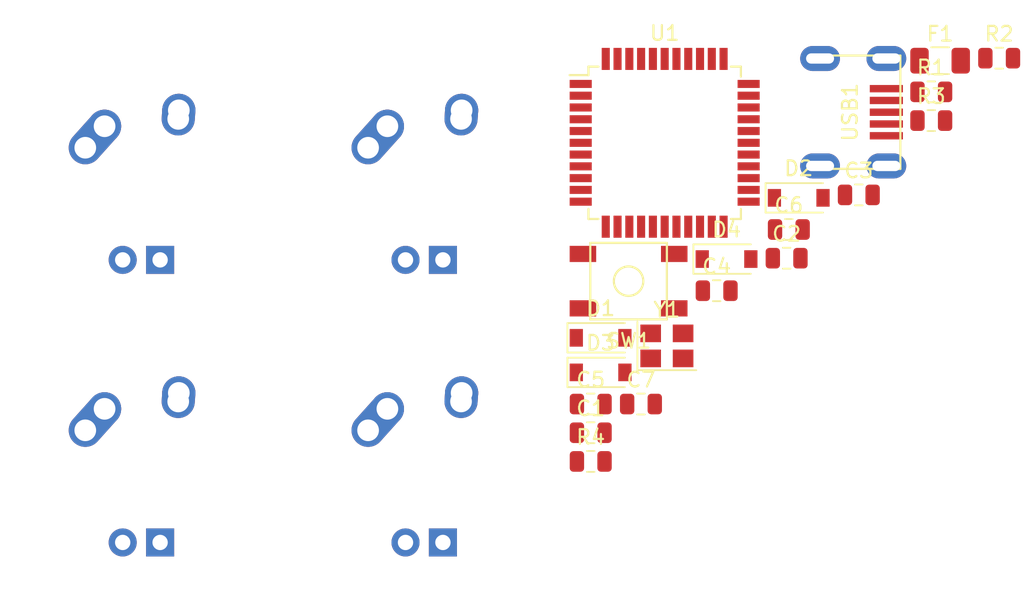
<source format=kicad_pcb>
(kicad_pcb (version 20171130) (host pcbnew "(5.0.1)-3")

  (general
    (thickness 1.6)
    (drawings 0)
    (tracks 0)
    (zones 0)
    (modules 24)
    (nets 57)
  )

  (page A4)
  (layers
    (0 F.Cu signal)
    (31 B.Cu signal)
    (32 B.Adhes user)
    (33 F.Adhes user)
    (34 B.Paste user)
    (35 F.Paste user)
    (36 B.SilkS user)
    (37 F.SilkS user)
    (38 B.Mask user)
    (39 F.Mask user)
    (40 Dwgs.User user)
    (41 Cmts.User user)
    (42 Eco1.User user)
    (43 Eco2.User user)
    (44 Edge.Cuts user)
    (45 Margin user)
    (46 B.CrtYd user)
    (47 F.CrtYd user)
    (48 B.Fab user)
    (49 F.Fab user)
  )

  (setup
    (last_trace_width 0.25)
    (trace_clearance 0.2)
    (zone_clearance 0.508)
    (zone_45_only no)
    (trace_min 0.2)
    (segment_width 0.2)
    (edge_width 0.15)
    (via_size 0.8)
    (via_drill 0.4)
    (via_min_size 0.4)
    (via_min_drill 0.3)
    (uvia_size 0.3)
    (uvia_drill 0.1)
    (uvias_allowed no)
    (uvia_min_size 0.2)
    (uvia_min_drill 0.1)
    (pcb_text_width 0.3)
    (pcb_text_size 1.5 1.5)
    (mod_edge_width 0.15)
    (mod_text_size 1 1)
    (mod_text_width 0.15)
    (pad_size 1.524 1.524)
    (pad_drill 0.762)
    (pad_to_mask_clearance 0.051)
    (solder_mask_min_width 0.25)
    (aux_axis_origin 0 0)
    (visible_elements FFFFFF7F)
    (pcbplotparams
      (layerselection 0x010fc_ffffffff)
      (usegerberextensions false)
      (usegerberattributes false)
      (usegerberadvancedattributes false)
      (creategerberjobfile false)
      (excludeedgelayer true)
      (linewidth 0.100000)
      (plotframeref false)
      (viasonmask false)
      (mode 1)
      (useauxorigin false)
      (hpglpennumber 1)
      (hpglpenspeed 20)
      (hpglpendiameter 15.000000)
      (psnegative false)
      (psa4output false)
      (plotreference true)
      (plotvalue true)
      (plotinvisibletext false)
      (padsonsilk false)
      (subtractmaskfromsilk false)
      (outputformat 1)
      (mirror false)
      (drillshape 1)
      (scaleselection 1)
      (outputdirectory ""))
  )

  (net 0 "")
  (net 1 GND)
  (net 2 "Net-(C1-Pad1)")
  (net 3 "Net-(C2-Pad1)")
  (net 4 "Net-(C3-Pad1)")
  (net 5 +5V)
  (net 6 "Net-(D1-Pad2)")
  (net 7 ROW0)
  (net 8 "Net-(D2-Pad2)")
  (net 9 "Net-(D3-Pad2)")
  (net 10 ROW1)
  (net 11 "Net-(D4-Pad2)")
  (net 12 VCC)
  (net 13 "Net-(MX1-Pad4)")
  (net 14 "Net-(MX1-Pad3)")
  (net 15 COL0)
  (net 16 COL1)
  (net 17 "Net-(MX2-Pad3)")
  (net 18 "Net-(MX2-Pad4)")
  (net 19 "Net-(MX3-Pad4)")
  (net 20 "Net-(MX3-Pad3)")
  (net 21 "Net-(MX4-Pad3)")
  (net 22 "Net-(MX4-Pad4)")
  (net 23 "Net-(R1-Pad1)")
  (net 24 D+)
  (net 25 "Net-(R2-Pad1)")
  (net 26 "Net-(R3-Pad1)")
  (net 27 D-)
  (net 28 "Net-(R4-Pad2)")
  (net 29 "Net-(U1-Pad1)")
  (net 30 "Net-(U1-Pad8)")
  (net 31 "Net-(U1-Pad9)")
  (net 32 "Net-(U1-Pad10)")
  (net 33 "Net-(U1-Pad11)")
  (net 34 "Net-(U1-Pad12)")
  (net 35 "Net-(U1-Pad18)")
  (net 36 "Net-(U1-Pad19)")
  (net 37 "Net-(U1-Pad20)")
  (net 38 "Net-(U1-Pad21)")
  (net 39 "Net-(U1-Pad22)")
  (net 40 "Net-(U1-Pad25)")
  (net 41 "Net-(U1-Pad26)")
  (net 42 "Net-(U1-Pad27)")
  (net 43 "Net-(U1-Pad28)")
  (net 44 "Net-(U1-Pad29)")
  (net 45 "Net-(U1-Pad30)")
  (net 46 "Net-(U1-Pad31)")
  (net 47 "Net-(U1-Pad32)")
  (net 48 "Net-(U1-Pad36)")
  (net 49 "Net-(U1-Pad37)")
  (net 50 "Net-(U1-Pad38)")
  (net 51 "Net-(U1-Pad39)")
  (net 52 "Net-(U1-Pad40)")
  (net 53 "Net-(U1-Pad41)")
  (net 54 "Net-(U1-Pad42)")
  (net 55 "Net-(USB1-Pad2)")
  (net 56 "Net-(USB1-Pad6)")

  (net_class Default "This is the default net class."
    (clearance 0.2)
    (trace_width 0.25)
    (via_dia 0.8)
    (via_drill 0.4)
    (uvia_dia 0.3)
    (uvia_drill 0.1)
    (add_net +5V)
    (add_net COL0)
    (add_net COL1)
    (add_net D+)
    (add_net D-)
    (add_net GND)
    (add_net "Net-(C1-Pad1)")
    (add_net "Net-(C2-Pad1)")
    (add_net "Net-(C3-Pad1)")
    (add_net "Net-(D1-Pad2)")
    (add_net "Net-(D2-Pad2)")
    (add_net "Net-(D3-Pad2)")
    (add_net "Net-(D4-Pad2)")
    (add_net "Net-(MX1-Pad3)")
    (add_net "Net-(MX1-Pad4)")
    (add_net "Net-(MX2-Pad3)")
    (add_net "Net-(MX2-Pad4)")
    (add_net "Net-(MX3-Pad3)")
    (add_net "Net-(MX3-Pad4)")
    (add_net "Net-(MX4-Pad3)")
    (add_net "Net-(MX4-Pad4)")
    (add_net "Net-(R1-Pad1)")
    (add_net "Net-(R2-Pad1)")
    (add_net "Net-(R3-Pad1)")
    (add_net "Net-(R4-Pad2)")
    (add_net "Net-(U1-Pad1)")
    (add_net "Net-(U1-Pad10)")
    (add_net "Net-(U1-Pad11)")
    (add_net "Net-(U1-Pad12)")
    (add_net "Net-(U1-Pad18)")
    (add_net "Net-(U1-Pad19)")
    (add_net "Net-(U1-Pad20)")
    (add_net "Net-(U1-Pad21)")
    (add_net "Net-(U1-Pad22)")
    (add_net "Net-(U1-Pad25)")
    (add_net "Net-(U1-Pad26)")
    (add_net "Net-(U1-Pad27)")
    (add_net "Net-(U1-Pad28)")
    (add_net "Net-(U1-Pad29)")
    (add_net "Net-(U1-Pad30)")
    (add_net "Net-(U1-Pad31)")
    (add_net "Net-(U1-Pad32)")
    (add_net "Net-(U1-Pad36)")
    (add_net "Net-(U1-Pad37)")
    (add_net "Net-(U1-Pad38)")
    (add_net "Net-(U1-Pad39)")
    (add_net "Net-(U1-Pad40)")
    (add_net "Net-(U1-Pad41)")
    (add_net "Net-(U1-Pad42)")
    (add_net "Net-(U1-Pad8)")
    (add_net "Net-(U1-Pad9)")
    (add_net "Net-(USB1-Pad2)")
    (add_net "Net-(USB1-Pad6)")
    (add_net ROW0)
    (add_net ROW1)
    (add_net VCC)
  )

  (module Capacitor_SMD:C_0805_2012Metric (layer F.Cu) (tedit 5B36C52B) (tstamp 5C8231E9)
    (at 155.167001 140.680001)
    (descr "Capacitor SMD 0805 (2012 Metric), square (rectangular) end terminal, IPC_7351 nominal, (Body size source: https://docs.google.com/spreadsheets/d/1BsfQQcO9C6DZCsRaXUlFlo91Tg2WpOkGARC1WS5S8t0/edit?usp=sharing), generated with kicad-footprint-generator")
    (tags capacitor)
    (path /5C759069)
    (attr smd)
    (fp_text reference C5 (at 0 -1.65) (layer F.SilkS)
      (effects (font (size 1 1) (thickness 0.15)))
    )
    (fp_text value 0.1uF (at 0 1.65) (layer F.Fab)
      (effects (font (size 1 1) (thickness 0.15)))
    )
    (fp_line (start -1 0.6) (end -1 -0.6) (layer F.Fab) (width 0.1))
    (fp_line (start -1 -0.6) (end 1 -0.6) (layer F.Fab) (width 0.1))
    (fp_line (start 1 -0.6) (end 1 0.6) (layer F.Fab) (width 0.1))
    (fp_line (start 1 0.6) (end -1 0.6) (layer F.Fab) (width 0.1))
    (fp_line (start -0.258578 -0.71) (end 0.258578 -0.71) (layer F.SilkS) (width 0.12))
    (fp_line (start -0.258578 0.71) (end 0.258578 0.71) (layer F.SilkS) (width 0.12))
    (fp_line (start -1.68 0.95) (end -1.68 -0.95) (layer F.CrtYd) (width 0.05))
    (fp_line (start -1.68 -0.95) (end 1.68 -0.95) (layer F.CrtYd) (width 0.05))
    (fp_line (start 1.68 -0.95) (end 1.68 0.95) (layer F.CrtYd) (width 0.05))
    (fp_line (start 1.68 0.95) (end -1.68 0.95) (layer F.CrtYd) (width 0.05))
    (fp_text user %R (at 0 0) (layer F.Fab)
      (effects (font (size 0.5 0.5) (thickness 0.08)))
    )
    (pad 1 smd roundrect (at -0.9375 0) (size 0.975 1.4) (layers F.Cu F.Paste F.Mask) (roundrect_rratio 0.25)
      (net 5 +5V))
    (pad 2 smd roundrect (at 0.9375 0) (size 0.975 1.4) (layers F.Cu F.Paste F.Mask) (roundrect_rratio 0.25)
      (net 1 GND))
    (model ${KISYS3DMOD}/Capacitor_SMD.3dshapes/C_0805_2012Metric.wrl
      (at (xyz 0 0 0))
      (scale (xyz 1 1 1))
      (rotate (xyz 0 0 0))
    )
  )

  (module Capacitor_SMD:C_0805_2012Metric (layer F.Cu) (tedit 5B36C52B) (tstamp 5C8231FA)
    (at 168.617001 128.820001)
    (descr "Capacitor SMD 0805 (2012 Metric), square (rectangular) end terminal, IPC_7351 nominal, (Body size source: https://docs.google.com/spreadsheets/d/1BsfQQcO9C6DZCsRaXUlFlo91Tg2WpOkGARC1WS5S8t0/edit?usp=sharing), generated with kicad-footprint-generator")
    (tags capacitor)
    (path /5C7590CE)
    (attr smd)
    (fp_text reference C6 (at 0 -1.65) (layer F.SilkS)
      (effects (font (size 1 1) (thickness 0.15)))
    )
    (fp_text value 0.1uF (at 0 1.65) (layer F.Fab)
      (effects (font (size 1 1) (thickness 0.15)))
    )
    (fp_text user %R (at 0 0) (layer F.Fab)
      (effects (font (size 0.5 0.5) (thickness 0.08)))
    )
    (fp_line (start 1.68 0.95) (end -1.68 0.95) (layer F.CrtYd) (width 0.05))
    (fp_line (start 1.68 -0.95) (end 1.68 0.95) (layer F.CrtYd) (width 0.05))
    (fp_line (start -1.68 -0.95) (end 1.68 -0.95) (layer F.CrtYd) (width 0.05))
    (fp_line (start -1.68 0.95) (end -1.68 -0.95) (layer F.CrtYd) (width 0.05))
    (fp_line (start -0.258578 0.71) (end 0.258578 0.71) (layer F.SilkS) (width 0.12))
    (fp_line (start -0.258578 -0.71) (end 0.258578 -0.71) (layer F.SilkS) (width 0.12))
    (fp_line (start 1 0.6) (end -1 0.6) (layer F.Fab) (width 0.1))
    (fp_line (start 1 -0.6) (end 1 0.6) (layer F.Fab) (width 0.1))
    (fp_line (start -1 -0.6) (end 1 -0.6) (layer F.Fab) (width 0.1))
    (fp_line (start -1 0.6) (end -1 -0.6) (layer F.Fab) (width 0.1))
    (pad 2 smd roundrect (at 0.9375 0) (size 0.975 1.4) (layers F.Cu F.Paste F.Mask) (roundrect_rratio 0.25)
      (net 1 GND))
    (pad 1 smd roundrect (at -0.9375 0) (size 0.975 1.4) (layers F.Cu F.Paste F.Mask) (roundrect_rratio 0.25)
      (net 5 +5V))
    (model ${KISYS3DMOD}/Capacitor_SMD.3dshapes/C_0805_2012Metric.wrl
      (at (xyz 0 0 0))
      (scale (xyz 1 1 1))
      (rotate (xyz 0 0 0))
    )
  )

  (module Capacitor_SMD:C_0805_2012Metric (layer F.Cu) (tedit 5B36C52B) (tstamp 5C82320B)
    (at 158.577001 140.680001)
    (descr "Capacitor SMD 0805 (2012 Metric), square (rectangular) end terminal, IPC_7351 nominal, (Body size source: https://docs.google.com/spreadsheets/d/1BsfQQcO9C6DZCsRaXUlFlo91Tg2WpOkGARC1WS5S8t0/edit?usp=sharing), generated with kicad-footprint-generator")
    (tags capacitor)
    (path /5C75913A)
    (attr smd)
    (fp_text reference C7 (at 0 -1.65) (layer F.SilkS)
      (effects (font (size 1 1) (thickness 0.15)))
    )
    (fp_text value 0.1uF (at 0 1.65) (layer F.Fab)
      (effects (font (size 1 1) (thickness 0.15)))
    )
    (fp_line (start -1 0.6) (end -1 -0.6) (layer F.Fab) (width 0.1))
    (fp_line (start -1 -0.6) (end 1 -0.6) (layer F.Fab) (width 0.1))
    (fp_line (start 1 -0.6) (end 1 0.6) (layer F.Fab) (width 0.1))
    (fp_line (start 1 0.6) (end -1 0.6) (layer F.Fab) (width 0.1))
    (fp_line (start -0.258578 -0.71) (end 0.258578 -0.71) (layer F.SilkS) (width 0.12))
    (fp_line (start -0.258578 0.71) (end 0.258578 0.71) (layer F.SilkS) (width 0.12))
    (fp_line (start -1.68 0.95) (end -1.68 -0.95) (layer F.CrtYd) (width 0.05))
    (fp_line (start -1.68 -0.95) (end 1.68 -0.95) (layer F.CrtYd) (width 0.05))
    (fp_line (start 1.68 -0.95) (end 1.68 0.95) (layer F.CrtYd) (width 0.05))
    (fp_line (start 1.68 0.95) (end -1.68 0.95) (layer F.CrtYd) (width 0.05))
    (fp_text user %R (at 0 0) (layer F.Fab)
      (effects (font (size 0.5 0.5) (thickness 0.08)))
    )
    (pad 1 smd roundrect (at -0.9375 0) (size 0.975 1.4) (layers F.Cu F.Paste F.Mask) (roundrect_rratio 0.25)
      (net 5 +5V))
    (pad 2 smd roundrect (at 0.9375 0) (size 0.975 1.4) (layers F.Cu F.Paste F.Mask) (roundrect_rratio 0.25)
      (net 1 GND))
    (model ${KISYS3DMOD}/Capacitor_SMD.3dshapes/C_0805_2012Metric.wrl
      (at (xyz 0 0 0))
      (scale (xyz 1 1 1))
      (rotate (xyz 0 0 0))
    )
  )

  (module Fuse:Fuse_1206_3216Metric (layer F.Cu) (tedit 5B301BBE) (tstamp 5C823280)
    (at 178.887001 117.350001)
    (descr "Fuse SMD 1206 (3216 Metric), square (rectangular) end terminal, IPC_7351 nominal, (Body size source: http://www.tortai-tech.com/upload/download/2011102023233369053.pdf), generated with kicad-footprint-generator")
    (tags resistor)
    (path /5C76CDE9)
    (attr smd)
    (fp_text reference F1 (at 0 -1.82) (layer F.SilkS)
      (effects (font (size 1 1) (thickness 0.15)))
    )
    (fp_text value 500mA (at 0 1.82) (layer F.Fab)
      (effects (font (size 1 1) (thickness 0.15)))
    )
    (fp_line (start -1.6 0.8) (end -1.6 -0.8) (layer F.Fab) (width 0.1))
    (fp_line (start -1.6 -0.8) (end 1.6 -0.8) (layer F.Fab) (width 0.1))
    (fp_line (start 1.6 -0.8) (end 1.6 0.8) (layer F.Fab) (width 0.1))
    (fp_line (start 1.6 0.8) (end -1.6 0.8) (layer F.Fab) (width 0.1))
    (fp_line (start -0.602064 -0.91) (end 0.602064 -0.91) (layer F.SilkS) (width 0.12))
    (fp_line (start -0.602064 0.91) (end 0.602064 0.91) (layer F.SilkS) (width 0.12))
    (fp_line (start -2.28 1.12) (end -2.28 -1.12) (layer F.CrtYd) (width 0.05))
    (fp_line (start -2.28 -1.12) (end 2.28 -1.12) (layer F.CrtYd) (width 0.05))
    (fp_line (start 2.28 -1.12) (end 2.28 1.12) (layer F.CrtYd) (width 0.05))
    (fp_line (start 2.28 1.12) (end -2.28 1.12) (layer F.CrtYd) (width 0.05))
    (fp_text user %R (at 0 0) (layer F.Fab)
      (effects (font (size 0.8 0.8) (thickness 0.12)))
    )
    (pad 1 smd roundrect (at -1.4 0) (size 1.25 1.75) (layers F.Cu F.Paste F.Mask) (roundrect_rratio 0.2)
      (net 5 +5V))
    (pad 2 smd roundrect (at 1.4 0) (size 1.25 1.75) (layers F.Cu F.Paste F.Mask) (roundrect_rratio 0.2)
      (net 12 VCC))
    (model ${KISYS3DMOD}/Fuse.3dshapes/Fuse_1206_3216Metric.wrl
      (at (xyz 0 0 0))
      (scale (xyz 1 1 1))
      (rotate (xyz 0 0 0))
    )
  )

  (module Capacitor_SMD:C_0805_2012Metric (layer F.Cu) (tedit 5B36C52B) (tstamp 5C8231B6)
    (at 168.467001 130.770001)
    (descr "Capacitor SMD 0805 (2012 Metric), square (rectangular) end terminal, IPC_7351 nominal, (Body size source: https://docs.google.com/spreadsheets/d/1BsfQQcO9C6DZCsRaXUlFlo91Tg2WpOkGARC1WS5S8t0/edit?usp=sharing), generated with kicad-footprint-generator")
    (tags capacitor)
    (path /5C75EF45)
    (attr smd)
    (fp_text reference C2 (at 0 -1.65) (layer F.SilkS)
      (effects (font (size 1 1) (thickness 0.15)))
    )
    (fp_text value 22pF (at 0 1.65) (layer F.Fab)
      (effects (font (size 1 1) (thickness 0.15)))
    )
    (fp_line (start -1 0.6) (end -1 -0.6) (layer F.Fab) (width 0.1))
    (fp_line (start -1 -0.6) (end 1 -0.6) (layer F.Fab) (width 0.1))
    (fp_line (start 1 -0.6) (end 1 0.6) (layer F.Fab) (width 0.1))
    (fp_line (start 1 0.6) (end -1 0.6) (layer F.Fab) (width 0.1))
    (fp_line (start -0.258578 -0.71) (end 0.258578 -0.71) (layer F.SilkS) (width 0.12))
    (fp_line (start -0.258578 0.71) (end 0.258578 0.71) (layer F.SilkS) (width 0.12))
    (fp_line (start -1.68 0.95) (end -1.68 -0.95) (layer F.CrtYd) (width 0.05))
    (fp_line (start -1.68 -0.95) (end 1.68 -0.95) (layer F.CrtYd) (width 0.05))
    (fp_line (start 1.68 -0.95) (end 1.68 0.95) (layer F.CrtYd) (width 0.05))
    (fp_line (start 1.68 0.95) (end -1.68 0.95) (layer F.CrtYd) (width 0.05))
    (fp_text user %R (at 0 0) (layer F.Fab)
      (effects (font (size 0.5 0.5) (thickness 0.08)))
    )
    (pad 1 smd roundrect (at -0.9375 0) (size 0.975 1.4) (layers F.Cu F.Paste F.Mask) (roundrect_rratio 0.25)
      (net 3 "Net-(C2-Pad1)"))
    (pad 2 smd roundrect (at 0.9375 0) (size 0.975 1.4) (layers F.Cu F.Paste F.Mask) (roundrect_rratio 0.25)
      (net 1 GND))
    (model ${KISYS3DMOD}/Capacitor_SMD.3dshapes/C_0805_2012Metric.wrl
      (at (xyz 0 0 0))
      (scale (xyz 1 1 1))
      (rotate (xyz 0 0 0))
    )
  )

  (module Capacitor_SMD:C_0805_2012Metric (layer F.Cu) (tedit 5B36C52B) (tstamp 5C8231D8)
    (at 163.717001 132.980001)
    (descr "Capacitor SMD 0805 (2012 Metric), square (rectangular) end terminal, IPC_7351 nominal, (Body size source: https://docs.google.com/spreadsheets/d/1BsfQQcO9C6DZCsRaXUlFlo91Tg2WpOkGARC1WS5S8t0/edit?usp=sharing), generated with kicad-footprint-generator")
    (tags capacitor)
    (path /5C758FAA)
    (attr smd)
    (fp_text reference C4 (at 0 -1.65) (layer F.SilkS)
      (effects (font (size 1 1) (thickness 0.15)))
    )
    (fp_text value 0.1uF (at 0 1.65) (layer F.Fab)
      (effects (font (size 1 1) (thickness 0.15)))
    )
    (fp_text user %R (at 0 0) (layer F.Fab)
      (effects (font (size 0.5 0.5) (thickness 0.08)))
    )
    (fp_line (start 1.68 0.95) (end -1.68 0.95) (layer F.CrtYd) (width 0.05))
    (fp_line (start 1.68 -0.95) (end 1.68 0.95) (layer F.CrtYd) (width 0.05))
    (fp_line (start -1.68 -0.95) (end 1.68 -0.95) (layer F.CrtYd) (width 0.05))
    (fp_line (start -1.68 0.95) (end -1.68 -0.95) (layer F.CrtYd) (width 0.05))
    (fp_line (start -0.258578 0.71) (end 0.258578 0.71) (layer F.SilkS) (width 0.12))
    (fp_line (start -0.258578 -0.71) (end 0.258578 -0.71) (layer F.SilkS) (width 0.12))
    (fp_line (start 1 0.6) (end -1 0.6) (layer F.Fab) (width 0.1))
    (fp_line (start 1 -0.6) (end 1 0.6) (layer F.Fab) (width 0.1))
    (fp_line (start -1 -0.6) (end 1 -0.6) (layer F.Fab) (width 0.1))
    (fp_line (start -1 0.6) (end -1 -0.6) (layer F.Fab) (width 0.1))
    (pad 2 smd roundrect (at 0.9375 0) (size 0.975 1.4) (layers F.Cu F.Paste F.Mask) (roundrect_rratio 0.25)
      (net 1 GND))
    (pad 1 smd roundrect (at -0.9375 0) (size 0.975 1.4) (layers F.Cu F.Paste F.Mask) (roundrect_rratio 0.25)
      (net 5 +5V))
    (model ${KISYS3DMOD}/Capacitor_SMD.3dshapes/C_0805_2012Metric.wrl
      (at (xyz 0 0 0))
      (scale (xyz 1 1 1))
      (rotate (xyz 0 0 0))
    )
  )

  (module Resistor_SMD:R_0805_2012Metric (layer F.Cu) (tedit 5B36C52B) (tstamp 5C8232F5)
    (at 178.287001 119.470001)
    (descr "Resistor SMD 0805 (2012 Metric), square (rectangular) end terminal, IPC_7351 nominal, (Body size source: https://docs.google.com/spreadsheets/d/1BsfQQcO9C6DZCsRaXUlFlo91Tg2WpOkGARC1WS5S8t0/edit?usp=sharing), generated with kicad-footprint-generator")
    (tags resistor)
    (path /5C764803)
    (attr smd)
    (fp_text reference R1 (at 0 -1.65) (layer F.SilkS)
      (effects (font (size 1 1) (thickness 0.15)))
    )
    (fp_text value 10k (at 0 1.65) (layer F.Fab)
      (effects (font (size 1 1) (thickness 0.15)))
    )
    (fp_text user %R (at 0 0) (layer F.Fab)
      (effects (font (size 0.5 0.5) (thickness 0.08)))
    )
    (fp_line (start 1.68 0.95) (end -1.68 0.95) (layer F.CrtYd) (width 0.05))
    (fp_line (start 1.68 -0.95) (end 1.68 0.95) (layer F.CrtYd) (width 0.05))
    (fp_line (start -1.68 -0.95) (end 1.68 -0.95) (layer F.CrtYd) (width 0.05))
    (fp_line (start -1.68 0.95) (end -1.68 -0.95) (layer F.CrtYd) (width 0.05))
    (fp_line (start -0.258578 0.71) (end 0.258578 0.71) (layer F.SilkS) (width 0.12))
    (fp_line (start -0.258578 -0.71) (end 0.258578 -0.71) (layer F.SilkS) (width 0.12))
    (fp_line (start 1 0.6) (end -1 0.6) (layer F.Fab) (width 0.1))
    (fp_line (start 1 -0.6) (end 1 0.6) (layer F.Fab) (width 0.1))
    (fp_line (start -1 -0.6) (end 1 -0.6) (layer F.Fab) (width 0.1))
    (fp_line (start -1 0.6) (end -1 -0.6) (layer F.Fab) (width 0.1))
    (pad 2 smd roundrect (at 0.9375 0) (size 0.975 1.4) (layers F.Cu F.Paste F.Mask) (roundrect_rratio 0.25)
      (net 5 +5V))
    (pad 1 smd roundrect (at -0.9375 0) (size 0.975 1.4) (layers F.Cu F.Paste F.Mask) (roundrect_rratio 0.25)
      (net 23 "Net-(R1-Pad1)"))
    (model ${KISYS3DMOD}/Resistor_SMD.3dshapes/R_0805_2012Metric.wrl
      (at (xyz 0 0 0))
      (scale (xyz 1 1 1))
      (rotate (xyz 0 0 0))
    )
  )

  (module MX_Alps_Hybrid:MX-1U (layer F.Cu) (tedit 5A9F3A9A) (tstamp 5C8232CB)
    (at 143.862001 145.005001)
    (path /5C774ABA)
    (fp_text reference MX3 (at 0 3.175) (layer Dwgs.User)
      (effects (font (size 1 1) (thickness 0.15)))
    )
    (fp_text value MX-1U (at 0 -7.9375) (layer Dwgs.User)
      (effects (font (size 1 1) (thickness 0.15)))
    )
    (fp_line (start -9.525 9.525) (end -9.525 -9.525) (layer Dwgs.User) (width 0.15))
    (fp_line (start 9.525 9.525) (end -9.525 9.525) (layer Dwgs.User) (width 0.15))
    (fp_line (start 9.525 -9.525) (end 9.525 9.525) (layer Dwgs.User) (width 0.15))
    (fp_line (start -9.525 -9.525) (end 9.525 -9.525) (layer Dwgs.User) (width 0.15))
    (fp_line (start -7 -7) (end -7 -5) (layer Dwgs.User) (width 0.15))
    (fp_line (start -5 -7) (end -7 -7) (layer Dwgs.User) (width 0.15))
    (fp_line (start -7 7) (end -5 7) (layer Dwgs.User) (width 0.15))
    (fp_line (start -7 5) (end -7 7) (layer Dwgs.User) (width 0.15))
    (fp_line (start 7 7) (end 7 5) (layer Dwgs.User) (width 0.15))
    (fp_line (start 5 7) (end 7 7) (layer Dwgs.User) (width 0.15))
    (fp_line (start 7 -7) (end 7 -5) (layer Dwgs.User) (width 0.15))
    (fp_line (start 5 -7) (end 7 -7) (layer Dwgs.User) (width 0.15))
    (pad "" np_thru_hole circle (at 5.08 0 48.0996) (size 1.75 1.75) (drill 1.75) (layers *.Cu *.Mask))
    (pad "" np_thru_hole circle (at -5.08 0 48.0996) (size 1.75 1.75) (drill 1.75) (layers *.Cu *.Mask))
    (pad 4 thru_hole rect (at 1.27 5.08) (size 1.905 1.905) (drill 1.04) (layers *.Cu B.Mask)
      (net 19 "Net-(MX3-Pad4)"))
    (pad 3 thru_hole circle (at -1.27 5.08) (size 1.905 1.905) (drill 1.04) (layers *.Cu B.Mask)
      (net 20 "Net-(MX3-Pad3)"))
    (pad 1 thru_hole circle (at -2.5 -4) (size 2.25 2.25) (drill 1.47) (layers *.Cu B.Mask)
      (net 15 COL0))
    (pad "" np_thru_hole circle (at 0 0) (size 3.9878 3.9878) (drill 3.9878) (layers *.Cu *.Mask))
    (pad 1 thru_hole oval (at -3.81 -2.54 48.0996) (size 4.211556 2.25) (drill 1.47 (offset 0.980778 0)) (layers *.Cu B.Mask)
      (net 15 COL0))
    (pad 2 thru_hole circle (at 2.54 -5.08) (size 2.25 2.25) (drill 1.47) (layers *.Cu B.Mask)
      (net 9 "Net-(D3-Pad2)"))
    (pad 2 thru_hole oval (at 2.5 -4.5 86.0548) (size 2.831378 2.25) (drill 1.47 (offset 0.290689 0)) (layers *.Cu B.Mask)
      (net 9 "Net-(D3-Pad2)"))
  )

  (module Resistor_SMD:R_0805_2012Metric (layer F.Cu) (tedit 5B36C52B) (tstamp 5C823317)
    (at 178.287001 121.420001)
    (descr "Resistor SMD 0805 (2012 Metric), square (rectangular) end terminal, IPC_7351 nominal, (Body size source: https://docs.google.com/spreadsheets/d/1BsfQQcO9C6DZCsRaXUlFlo91Tg2WpOkGARC1WS5S8t0/edit?usp=sharing), generated with kicad-footprint-generator")
    (tags resistor)
    (path /5C756CC1)
    (attr smd)
    (fp_text reference R3 (at 0 -1.65) (layer F.SilkS)
      (effects (font (size 1 1) (thickness 0.15)))
    )
    (fp_text value 22 (at 0 1.65) (layer F.Fab)
      (effects (font (size 1 1) (thickness 0.15)))
    )
    (fp_line (start -1 0.6) (end -1 -0.6) (layer F.Fab) (width 0.1))
    (fp_line (start -1 -0.6) (end 1 -0.6) (layer F.Fab) (width 0.1))
    (fp_line (start 1 -0.6) (end 1 0.6) (layer F.Fab) (width 0.1))
    (fp_line (start 1 0.6) (end -1 0.6) (layer F.Fab) (width 0.1))
    (fp_line (start -0.258578 -0.71) (end 0.258578 -0.71) (layer F.SilkS) (width 0.12))
    (fp_line (start -0.258578 0.71) (end 0.258578 0.71) (layer F.SilkS) (width 0.12))
    (fp_line (start -1.68 0.95) (end -1.68 -0.95) (layer F.CrtYd) (width 0.05))
    (fp_line (start -1.68 -0.95) (end 1.68 -0.95) (layer F.CrtYd) (width 0.05))
    (fp_line (start 1.68 -0.95) (end 1.68 0.95) (layer F.CrtYd) (width 0.05))
    (fp_line (start 1.68 0.95) (end -1.68 0.95) (layer F.CrtYd) (width 0.05))
    (fp_text user %R (at 0 0) (layer F.Fab)
      (effects (font (size 0.5 0.5) (thickness 0.08)))
    )
    (pad 1 smd roundrect (at -0.9375 0) (size 0.975 1.4) (layers F.Cu F.Paste F.Mask) (roundrect_rratio 0.25)
      (net 26 "Net-(R3-Pad1)"))
    (pad 2 smd roundrect (at 0.9375 0) (size 0.975 1.4) (layers F.Cu F.Paste F.Mask) (roundrect_rratio 0.25)
      (net 27 D-))
    (model ${KISYS3DMOD}/Resistor_SMD.3dshapes/R_0805_2012Metric.wrl
      (at (xyz 0 0 0))
      (scale (xyz 1 1 1))
      (rotate (xyz 0 0 0))
    )
  )

  (module Diode_SMD:D_SOD-123 (layer F.Cu) (tedit 58645DC7) (tstamp 5C823256)
    (at 155.837001 138.530001)
    (descr SOD-123)
    (tags SOD-123)
    (path /5C774C02)
    (attr smd)
    (fp_text reference D3 (at 0 -2) (layer F.SilkS)
      (effects (font (size 1 1) (thickness 0.15)))
    )
    (fp_text value SOD-123 (at 0 2.1) (layer F.Fab)
      (effects (font (size 1 1) (thickness 0.15)))
    )
    (fp_line (start -2.25 -1) (end 1.65 -1) (layer F.SilkS) (width 0.12))
    (fp_line (start -2.25 1) (end 1.65 1) (layer F.SilkS) (width 0.12))
    (fp_line (start -2.35 -1.15) (end -2.35 1.15) (layer F.CrtYd) (width 0.05))
    (fp_line (start 2.35 1.15) (end -2.35 1.15) (layer F.CrtYd) (width 0.05))
    (fp_line (start 2.35 -1.15) (end 2.35 1.15) (layer F.CrtYd) (width 0.05))
    (fp_line (start -2.35 -1.15) (end 2.35 -1.15) (layer F.CrtYd) (width 0.05))
    (fp_line (start -1.4 -0.9) (end 1.4 -0.9) (layer F.Fab) (width 0.1))
    (fp_line (start 1.4 -0.9) (end 1.4 0.9) (layer F.Fab) (width 0.1))
    (fp_line (start 1.4 0.9) (end -1.4 0.9) (layer F.Fab) (width 0.1))
    (fp_line (start -1.4 0.9) (end -1.4 -0.9) (layer F.Fab) (width 0.1))
    (fp_line (start -0.75 0) (end -0.35 0) (layer F.Fab) (width 0.1))
    (fp_line (start -0.35 0) (end -0.35 -0.55) (layer F.Fab) (width 0.1))
    (fp_line (start -0.35 0) (end -0.35 0.55) (layer F.Fab) (width 0.1))
    (fp_line (start -0.35 0) (end 0.25 -0.4) (layer F.Fab) (width 0.1))
    (fp_line (start 0.25 -0.4) (end 0.25 0.4) (layer F.Fab) (width 0.1))
    (fp_line (start 0.25 0.4) (end -0.35 0) (layer F.Fab) (width 0.1))
    (fp_line (start 0.25 0) (end 0.75 0) (layer F.Fab) (width 0.1))
    (fp_line (start -2.25 -1) (end -2.25 1) (layer F.SilkS) (width 0.12))
    (fp_text user %R (at 0 -2) (layer F.Fab)
      (effects (font (size 1 1) (thickness 0.15)))
    )
    (pad 2 smd rect (at 1.65 0) (size 0.9 1.2) (layers F.Cu F.Paste F.Mask)
      (net 9 "Net-(D3-Pad2)"))
    (pad 1 smd rect (at -1.65 0) (size 0.9 1.2) (layers F.Cu F.Paste F.Mask)
      (net 10 ROW1))
    (model ${KISYS3DMOD}/Diode_SMD.3dshapes/D_SOD-123.wrl
      (at (xyz 0 0 0))
      (scale (xyz 1 1 1))
      (rotate (xyz 0 0 0))
    )
  )

  (module Diode_SMD:D_SOD-123 (layer F.Cu) (tedit 58645DC7) (tstamp 5C82326F)
    (at 164.387001 130.830001)
    (descr SOD-123)
    (tags SOD-123)
    (path /5C776E0C)
    (attr smd)
    (fp_text reference D4 (at 0 -2) (layer F.SilkS)
      (effects (font (size 1 1) (thickness 0.15)))
    )
    (fp_text value SOD-123 (at 0 2.1) (layer F.Fab)
      (effects (font (size 1 1) (thickness 0.15)))
    )
    (fp_text user %R (at 0 -2) (layer F.Fab)
      (effects (font (size 1 1) (thickness 0.15)))
    )
    (fp_line (start -2.25 -1) (end -2.25 1) (layer F.SilkS) (width 0.12))
    (fp_line (start 0.25 0) (end 0.75 0) (layer F.Fab) (width 0.1))
    (fp_line (start 0.25 0.4) (end -0.35 0) (layer F.Fab) (width 0.1))
    (fp_line (start 0.25 -0.4) (end 0.25 0.4) (layer F.Fab) (width 0.1))
    (fp_line (start -0.35 0) (end 0.25 -0.4) (layer F.Fab) (width 0.1))
    (fp_line (start -0.35 0) (end -0.35 0.55) (layer F.Fab) (width 0.1))
    (fp_line (start -0.35 0) (end -0.35 -0.55) (layer F.Fab) (width 0.1))
    (fp_line (start -0.75 0) (end -0.35 0) (layer F.Fab) (width 0.1))
    (fp_line (start -1.4 0.9) (end -1.4 -0.9) (layer F.Fab) (width 0.1))
    (fp_line (start 1.4 0.9) (end -1.4 0.9) (layer F.Fab) (width 0.1))
    (fp_line (start 1.4 -0.9) (end 1.4 0.9) (layer F.Fab) (width 0.1))
    (fp_line (start -1.4 -0.9) (end 1.4 -0.9) (layer F.Fab) (width 0.1))
    (fp_line (start -2.35 -1.15) (end 2.35 -1.15) (layer F.CrtYd) (width 0.05))
    (fp_line (start 2.35 -1.15) (end 2.35 1.15) (layer F.CrtYd) (width 0.05))
    (fp_line (start 2.35 1.15) (end -2.35 1.15) (layer F.CrtYd) (width 0.05))
    (fp_line (start -2.35 -1.15) (end -2.35 1.15) (layer F.CrtYd) (width 0.05))
    (fp_line (start -2.25 1) (end 1.65 1) (layer F.SilkS) (width 0.12))
    (fp_line (start -2.25 -1) (end 1.65 -1) (layer F.SilkS) (width 0.12))
    (pad 1 smd rect (at -1.65 0) (size 0.9 1.2) (layers F.Cu F.Paste F.Mask)
      (net 10 ROW1))
    (pad 2 smd rect (at 1.65 0) (size 0.9 1.2) (layers F.Cu F.Paste F.Mask)
      (net 11 "Net-(D4-Pad2)"))
    (model ${KISYS3DMOD}/Diode_SMD.3dshapes/D_SOD-123.wrl
      (at (xyz 0 0 0))
      (scale (xyz 1 1 1))
      (rotate (xyz 0 0 0))
    )
  )

  (module Capacitor_SMD:C_0805_2012Metric (layer F.Cu) (tedit 5B36C52B) (tstamp 5C8231C7)
    (at 173.367001 126.470001)
    (descr "Capacitor SMD 0805 (2012 Metric), square (rectangular) end terminal, IPC_7351 nominal, (Body size source: https://docs.google.com/spreadsheets/d/1BsfQQcO9C6DZCsRaXUlFlo91Tg2WpOkGARC1WS5S8t0/edit?usp=sharing), generated with kicad-footprint-generator")
    (tags capacitor)
    (path /5C75735B)
    (attr smd)
    (fp_text reference C3 (at 0 -1.65) (layer F.SilkS)
      (effects (font (size 1 1) (thickness 0.15)))
    )
    (fp_text value 1uF (at 0 1.65) (layer F.Fab)
      (effects (font (size 1 1) (thickness 0.15)))
    )
    (fp_line (start -1 0.6) (end -1 -0.6) (layer F.Fab) (width 0.1))
    (fp_line (start -1 -0.6) (end 1 -0.6) (layer F.Fab) (width 0.1))
    (fp_line (start 1 -0.6) (end 1 0.6) (layer F.Fab) (width 0.1))
    (fp_line (start 1 0.6) (end -1 0.6) (layer F.Fab) (width 0.1))
    (fp_line (start -0.258578 -0.71) (end 0.258578 -0.71) (layer F.SilkS) (width 0.12))
    (fp_line (start -0.258578 0.71) (end 0.258578 0.71) (layer F.SilkS) (width 0.12))
    (fp_line (start -1.68 0.95) (end -1.68 -0.95) (layer F.CrtYd) (width 0.05))
    (fp_line (start -1.68 -0.95) (end 1.68 -0.95) (layer F.CrtYd) (width 0.05))
    (fp_line (start 1.68 -0.95) (end 1.68 0.95) (layer F.CrtYd) (width 0.05))
    (fp_line (start 1.68 0.95) (end -1.68 0.95) (layer F.CrtYd) (width 0.05))
    (fp_text user %R (at 0 0) (layer F.Fab)
      (effects (font (size 0.5 0.5) (thickness 0.08)))
    )
    (pad 1 smd roundrect (at -0.9375 0) (size 0.975 1.4) (layers F.Cu F.Paste F.Mask) (roundrect_rratio 0.25)
      (net 4 "Net-(C3-Pad1)"))
    (pad 2 smd roundrect (at 0.9375 0) (size 0.975 1.4) (layers F.Cu F.Paste F.Mask) (roundrect_rratio 0.25)
      (net 1 GND))
    (model ${KISYS3DMOD}/Capacitor_SMD.3dshapes/C_0805_2012Metric.wrl
      (at (xyz 0 0 0))
      (scale (xyz 1 1 1))
      (rotate (xyz 0 0 0))
    )
  )

  (module random-keyboard-parts:SKQG-1155865 (layer F.Cu) (tedit 5C42C5DE) (tstamp 5C823346)
    (at 157.737001 132.330001)
    (path /5C762196)
    (attr smd)
    (fp_text reference SW1 (at 0 4.064) (layer F.SilkS)
      (effects (font (size 1 1) (thickness 0.15)))
    )
    (fp_text value SW_Push (at 0 -4.064) (layer F.Fab)
      (effects (font (size 1 1) (thickness 0.15)))
    )
    (fp_line (start -2.6 1.1) (end -1.1 2.6) (layer F.Fab) (width 0.15))
    (fp_line (start 2.6 1.1) (end 1.1 2.6) (layer F.Fab) (width 0.15))
    (fp_line (start 2.6 -1.1) (end 1.1 -2.6) (layer F.Fab) (width 0.15))
    (fp_line (start -2.6 -1.1) (end -1.1 -2.6) (layer F.Fab) (width 0.15))
    (fp_circle (center 0 0) (end 1 0) (layer F.Fab) (width 0.15))
    (fp_line (start -4.2 -1.1) (end -4.2 -2.6) (layer F.Fab) (width 0.15))
    (fp_line (start -2.6 -1.1) (end -4.2 -1.1) (layer F.Fab) (width 0.15))
    (fp_line (start -2.6 1.1) (end -2.6 -1.1) (layer F.Fab) (width 0.15))
    (fp_line (start -4.2 1.1) (end -2.6 1.1) (layer F.Fab) (width 0.15))
    (fp_line (start -4.2 2.6) (end -4.2 1.1) (layer F.Fab) (width 0.15))
    (fp_line (start 4.2 2.6) (end -4.2 2.6) (layer F.Fab) (width 0.15))
    (fp_line (start 4.2 1.1) (end 4.2 2.6) (layer F.Fab) (width 0.15))
    (fp_line (start 2.6 1.1) (end 4.2 1.1) (layer F.Fab) (width 0.15))
    (fp_line (start 2.6 -1.1) (end 2.6 1.1) (layer F.Fab) (width 0.15))
    (fp_line (start 4.2 -1.1) (end 2.6 -1.1) (layer F.Fab) (width 0.15))
    (fp_line (start 4.2 -2.6) (end 4.2 -1.2) (layer F.Fab) (width 0.15))
    (fp_line (start -4.2 -2.6) (end 4.2 -2.6) (layer F.Fab) (width 0.15))
    (fp_circle (center 0 0) (end 1 0) (layer F.SilkS) (width 0.15))
    (fp_line (start -2.6 2.6) (end -2.6 -2.6) (layer F.SilkS) (width 0.15))
    (fp_line (start 2.6 2.6) (end -2.6 2.6) (layer F.SilkS) (width 0.15))
    (fp_line (start 2.6 -2.6) (end 2.6 2.6) (layer F.SilkS) (width 0.15))
    (fp_line (start -2.6 -2.6) (end 2.6 -2.6) (layer F.SilkS) (width 0.15))
    (pad 1 smd rect (at 3.1 1.85) (size 1.8 1.1) (layers F.Cu F.Paste F.Mask)
      (net 1 GND))
    (pad 2 smd rect (at -3.1 -1.85) (size 1.8 1.1) (layers F.Cu F.Paste F.Mask)
      (net 23 "Net-(R1-Pad1)"))
    (pad 3 smd rect (at 3.1 -1.85) (size 1.8 1.1) (layers F.Cu F.Paste F.Mask))
    (pad 4 smd rect (at -3.1 1.85) (size 1.8 1.1) (layers F.Cu F.Paste F.Mask))
  )

  (module Diode_SMD:D_SOD-123 (layer F.Cu) (tedit 58645DC7) (tstamp 5C823224)
    (at 155.837001 136.180001)
    (descr SOD-123)
    (tags SOD-123)
    (path /5C777E4C)
    (attr smd)
    (fp_text reference D1 (at 0 -2) (layer F.SilkS)
      (effects (font (size 1 1) (thickness 0.15)))
    )
    (fp_text value SOD-123 (at 0 2.1) (layer F.Fab)
      (effects (font (size 1 1) (thickness 0.15)))
    )
    (fp_line (start -2.25 -1) (end 1.65 -1) (layer F.SilkS) (width 0.12))
    (fp_line (start -2.25 1) (end 1.65 1) (layer F.SilkS) (width 0.12))
    (fp_line (start -2.35 -1.15) (end -2.35 1.15) (layer F.CrtYd) (width 0.05))
    (fp_line (start 2.35 1.15) (end -2.35 1.15) (layer F.CrtYd) (width 0.05))
    (fp_line (start 2.35 -1.15) (end 2.35 1.15) (layer F.CrtYd) (width 0.05))
    (fp_line (start -2.35 -1.15) (end 2.35 -1.15) (layer F.CrtYd) (width 0.05))
    (fp_line (start -1.4 -0.9) (end 1.4 -0.9) (layer F.Fab) (width 0.1))
    (fp_line (start 1.4 -0.9) (end 1.4 0.9) (layer F.Fab) (width 0.1))
    (fp_line (start 1.4 0.9) (end -1.4 0.9) (layer F.Fab) (width 0.1))
    (fp_line (start -1.4 0.9) (end -1.4 -0.9) (layer F.Fab) (width 0.1))
    (fp_line (start -0.75 0) (end -0.35 0) (layer F.Fab) (width 0.1))
    (fp_line (start -0.35 0) (end -0.35 -0.55) (layer F.Fab) (width 0.1))
    (fp_line (start -0.35 0) (end -0.35 0.55) (layer F.Fab) (width 0.1))
    (fp_line (start -0.35 0) (end 0.25 -0.4) (layer F.Fab) (width 0.1))
    (fp_line (start 0.25 -0.4) (end 0.25 0.4) (layer F.Fab) (width 0.1))
    (fp_line (start 0.25 0.4) (end -0.35 0) (layer F.Fab) (width 0.1))
    (fp_line (start 0.25 0) (end 0.75 0) (layer F.Fab) (width 0.1))
    (fp_line (start -2.25 -1) (end -2.25 1) (layer F.SilkS) (width 0.12))
    (fp_text user %R (at 0 -2) (layer F.Fab)
      (effects (font (size 1 1) (thickness 0.15)))
    )
    (pad 2 smd rect (at 1.65 0) (size 0.9 1.2) (layers F.Cu F.Paste F.Mask)
      (net 6 "Net-(D1-Pad2)"))
    (pad 1 smd rect (at -1.65 0) (size 0.9 1.2) (layers F.Cu F.Paste F.Mask)
      (net 7 ROW0))
    (model ${KISYS3DMOD}/Diode_SMD.3dshapes/D_SOD-123.wrl
      (at (xyz 0 0 0))
      (scale (xyz 1 1 1))
      (rotate (xyz 0 0 0))
    )
  )

  (module random-keyboard-parts:Molex-0548190589 (layer F.Cu) (tedit 5C494815) (tstamp 5C8233A9)
    (at 170.737001 120.852001)
    (path /5C76BE04)
    (attr smd)
    (fp_text reference USB1 (at 2.032 0 90) (layer F.SilkS)
      (effects (font (size 1 1) (thickness 0.15)))
    )
    (fp_text value Molex-0548190589 (at -5.08 0 90) (layer Dwgs.User)
      (effects (font (size 1 1) (thickness 0.15)))
    )
    (fp_line (start -3.75 -3.85) (end -3.75 3.85) (layer Dwgs.User) (width 0.15))
    (fp_line (start -1.75 -4.572) (end -1.75 4.572) (layer Dwgs.User) (width 0.15))
    (fp_line (start -3.75 3.85) (end 0 3.85) (layer Dwgs.User) (width 0.15))
    (fp_line (start -3.75 -3.85) (end 0 -3.85) (layer Dwgs.User) (width 0.15))
    (fp_line (start 5.45 -3.85) (end 5.45 3.85) (layer F.SilkS) (width 0.15))
    (fp_line (start 0 3.85) (end 5.45 3.85) (layer F.SilkS) (width 0.15))
    (fp_line (start 0 -3.85) (end 5.45 -3.85) (layer F.SilkS) (width 0.15))
    (fp_line (start -3.75 -3.75) (end 5.5 -3.75) (layer F.CrtYd) (width 0.15))
    (fp_line (start 5.5 -3.75) (end 5.5 3.75) (layer F.CrtYd) (width 0.15))
    (fp_line (start 5.5 3.75) (end -3.75 3.75) (layer F.CrtYd) (width 0.15))
    (fp_line (start -3.75 3.75) (end -3.75 -3.75) (layer F.CrtYd) (width 0.15))
    (fp_line (start 5.5 -2) (end 3.25 -2) (layer F.CrtYd) (width 0.15))
    (fp_line (start 3.25 -2) (end 3.25 2) (layer F.CrtYd) (width 0.15))
    (fp_line (start 3.25 2) (end 5.5 2) (layer F.CrtYd) (width 0.15))
    (fp_line (start 5.5 1.25) (end 3.25 1.25) (layer F.CrtYd) (width 0.15))
    (fp_line (start 3.25 0.5) (end 5.5 0.5) (layer F.CrtYd) (width 0.15))
    (fp_line (start 5.5 -0.5) (end 3.25 -0.5) (layer F.CrtYd) (width 0.15))
    (fp_line (start 3.25 -1.25) (end 5.5 -1.25) (layer F.CrtYd) (width 0.15))
    (fp_text user %R (at 2 0 90) (layer F.CrtYd)
      (effects (font (size 1 1) (thickness 0.15)))
    )
    (pad 1 smd rect (at 4.5 1.6) (size 2.25 0.5) (layers F.Cu F.Paste F.Mask)
      (net 1 GND))
    (pad 2 smd rect (at 4.5 0.8) (size 2.25 0.5) (layers F.Cu F.Paste F.Mask)
      (net 55 "Net-(USB1-Pad2)"))
    (pad 3 smd rect (at 4.5 0) (size 2.25 0.5) (layers F.Cu F.Paste F.Mask)
      (net 24 D+))
    (pad 4 smd rect (at 4.5 -0.8) (size 2.25 0.5) (layers F.Cu F.Paste F.Mask)
      (net 27 D-))
    (pad 5 smd rect (at 4.5 -1.6) (size 2.25 0.5) (layers F.Cu F.Paste F.Mask)
      (net 12 VCC))
    (pad 6 thru_hole oval (at 4.5 -3.65) (size 2.7 1.7) (drill oval 1.9 0.7) (layers *.Cu *.Mask)
      (net 56 "Net-(USB1-Pad6)"))
    (pad 6 thru_hole oval (at 4.5 3.65) (size 2.7 1.7) (drill oval 1.9 0.7) (layers *.Cu *.Mask)
      (net 56 "Net-(USB1-Pad6)"))
    (pad 6 thru_hole oval (at 0 3.65) (size 2.7 1.7) (drill oval 1.9 0.7) (layers *.Cu *.Mask)
      (net 56 "Net-(USB1-Pad6)"))
    (pad 6 thru_hole oval (at 0 -3.65) (size 2.7 1.7) (drill oval 1.9 0.7) (layers *.Cu *.Mask)
      (net 56 "Net-(USB1-Pad6)"))
  )

  (module Crystal:Crystal_SMD_3225-4Pin_3.2x2.5mm (layer F.Cu) (tedit 5A0FD1B2) (tstamp 5C8233BD)
    (at 160.337001 136.730001)
    (descr "SMD Crystal SERIES SMD3225/4 http://www.txccrystal.com/images/pdf/7m-accuracy.pdf, 3.2x2.5mm^2 package")
    (tags "SMD SMT crystal")
    (path /5C75AEA9)
    (attr smd)
    (fp_text reference Y1 (at 0 -2.45) (layer F.SilkS)
      (effects (font (size 1 1) (thickness 0.15)))
    )
    (fp_text value 16MHz (at 0 2.45) (layer F.Fab)
      (effects (font (size 1 1) (thickness 0.15)))
    )
    (fp_text user %R (at 0 0) (layer F.Fab)
      (effects (font (size 0.7 0.7) (thickness 0.105)))
    )
    (fp_line (start -1.6 -1.25) (end -1.6 1.25) (layer F.Fab) (width 0.1))
    (fp_line (start -1.6 1.25) (end 1.6 1.25) (layer F.Fab) (width 0.1))
    (fp_line (start 1.6 1.25) (end 1.6 -1.25) (layer F.Fab) (width 0.1))
    (fp_line (start 1.6 -1.25) (end -1.6 -1.25) (layer F.Fab) (width 0.1))
    (fp_line (start -1.6 0.25) (end -0.6 1.25) (layer F.Fab) (width 0.1))
    (fp_line (start -2 -1.65) (end -2 1.65) (layer F.SilkS) (width 0.12))
    (fp_line (start -2 1.65) (end 2 1.65) (layer F.SilkS) (width 0.12))
    (fp_line (start -2.1 -1.7) (end -2.1 1.7) (layer F.CrtYd) (width 0.05))
    (fp_line (start -2.1 1.7) (end 2.1 1.7) (layer F.CrtYd) (width 0.05))
    (fp_line (start 2.1 1.7) (end 2.1 -1.7) (layer F.CrtYd) (width 0.05))
    (fp_line (start 2.1 -1.7) (end -2.1 -1.7) (layer F.CrtYd) (width 0.05))
    (pad 1 smd rect (at -1.1 0.85) (size 1.4 1.2) (layers F.Cu F.Paste F.Mask)
      (net 2 "Net-(C1-Pad1)"))
    (pad 2 smd rect (at 1.1 0.85) (size 1.4 1.2) (layers F.Cu F.Paste F.Mask)
      (net 1 GND))
    (pad 3 smd rect (at 1.1 -0.85) (size 1.4 1.2) (layers F.Cu F.Paste F.Mask)
      (net 3 "Net-(C2-Pad1)"))
    (pad 4 smd rect (at -1.1 -0.85) (size 1.4 1.2) (layers F.Cu F.Paste F.Mask)
      (net 1 GND))
    (model ${KISYS3DMOD}/Crystal.3dshapes/Crystal_SMD_3225-4Pin_3.2x2.5mm.wrl
      (at (xyz 0 0 0))
      (scale (xyz 1 1 1))
      (rotate (xyz 0 0 0))
    )
  )

  (module Diode_SMD:D_SOD-123 (layer F.Cu) (tedit 58645DC7) (tstamp 5C82323D)
    (at 169.287001 126.670001)
    (descr SOD-123)
    (tags SOD-123)
    (path /5C778E17)
    (attr smd)
    (fp_text reference D2 (at 0 -2) (layer F.SilkS)
      (effects (font (size 1 1) (thickness 0.15)))
    )
    (fp_text value SOD-123 (at 0 2.1) (layer F.Fab)
      (effects (font (size 1 1) (thickness 0.15)))
    )
    (fp_text user %R (at 0 -2) (layer F.Fab)
      (effects (font (size 1 1) (thickness 0.15)))
    )
    (fp_line (start -2.25 -1) (end -2.25 1) (layer F.SilkS) (width 0.12))
    (fp_line (start 0.25 0) (end 0.75 0) (layer F.Fab) (width 0.1))
    (fp_line (start 0.25 0.4) (end -0.35 0) (layer F.Fab) (width 0.1))
    (fp_line (start 0.25 -0.4) (end 0.25 0.4) (layer F.Fab) (width 0.1))
    (fp_line (start -0.35 0) (end 0.25 -0.4) (layer F.Fab) (width 0.1))
    (fp_line (start -0.35 0) (end -0.35 0.55) (layer F.Fab) (width 0.1))
    (fp_line (start -0.35 0) (end -0.35 -0.55) (layer F.Fab) (width 0.1))
    (fp_line (start -0.75 0) (end -0.35 0) (layer F.Fab) (width 0.1))
    (fp_line (start -1.4 0.9) (end -1.4 -0.9) (layer F.Fab) (width 0.1))
    (fp_line (start 1.4 0.9) (end -1.4 0.9) (layer F.Fab) (width 0.1))
    (fp_line (start 1.4 -0.9) (end 1.4 0.9) (layer F.Fab) (width 0.1))
    (fp_line (start -1.4 -0.9) (end 1.4 -0.9) (layer F.Fab) (width 0.1))
    (fp_line (start -2.35 -1.15) (end 2.35 -1.15) (layer F.CrtYd) (width 0.05))
    (fp_line (start 2.35 -1.15) (end 2.35 1.15) (layer F.CrtYd) (width 0.05))
    (fp_line (start 2.35 1.15) (end -2.35 1.15) (layer F.CrtYd) (width 0.05))
    (fp_line (start -2.35 -1.15) (end -2.35 1.15) (layer F.CrtYd) (width 0.05))
    (fp_line (start -2.25 1) (end 1.65 1) (layer F.SilkS) (width 0.12))
    (fp_line (start -2.25 -1) (end 1.65 -1) (layer F.SilkS) (width 0.12))
    (pad 1 smd rect (at -1.65 0) (size 0.9 1.2) (layers F.Cu F.Paste F.Mask)
      (net 7 ROW0))
    (pad 2 smd rect (at 1.65 0) (size 0.9 1.2) (layers F.Cu F.Paste F.Mask)
      (net 8 "Net-(D2-Pad2)"))
    (model ${KISYS3DMOD}/Diode_SMD.3dshapes/D_SOD-123.wrl
      (at (xyz 0 0 0))
      (scale (xyz 1 1 1))
      (rotate (xyz 0 0 0))
    )
  )

  (module Package_QFP:TQFP-44_10x10mm_P0.8mm (layer F.Cu) (tedit 5A02F146) (tstamp 5C823389)
    (at 160.187001 122.930001)
    (descr "44-Lead Plastic Thin Quad Flatpack (PT) - 10x10x1.0 mm Body [TQFP] (see Microchip Packaging Specification 00000049BS.pdf)")
    (tags "QFP 0.8")
    (path /5C756128)
    (attr smd)
    (fp_text reference U1 (at 0 -7.45) (layer F.SilkS)
      (effects (font (size 1 1) (thickness 0.15)))
    )
    (fp_text value ATmega32U4-AU (at 0 7.45) (layer F.Fab)
      (effects (font (size 1 1) (thickness 0.15)))
    )
    (fp_text user %R (at 0 0) (layer F.Fab)
      (effects (font (size 1 1) (thickness 0.15)))
    )
    (fp_line (start -4 -5) (end 5 -5) (layer F.Fab) (width 0.15))
    (fp_line (start 5 -5) (end 5 5) (layer F.Fab) (width 0.15))
    (fp_line (start 5 5) (end -5 5) (layer F.Fab) (width 0.15))
    (fp_line (start -5 5) (end -5 -4) (layer F.Fab) (width 0.15))
    (fp_line (start -5 -4) (end -4 -5) (layer F.Fab) (width 0.15))
    (fp_line (start -6.7 -6.7) (end -6.7 6.7) (layer F.CrtYd) (width 0.05))
    (fp_line (start 6.7 -6.7) (end 6.7 6.7) (layer F.CrtYd) (width 0.05))
    (fp_line (start -6.7 -6.7) (end 6.7 -6.7) (layer F.CrtYd) (width 0.05))
    (fp_line (start -6.7 6.7) (end 6.7 6.7) (layer F.CrtYd) (width 0.05))
    (fp_line (start -5.175 -5.175) (end -5.175 -4.6) (layer F.SilkS) (width 0.15))
    (fp_line (start 5.175 -5.175) (end 5.175 -4.5) (layer F.SilkS) (width 0.15))
    (fp_line (start 5.175 5.175) (end 5.175 4.5) (layer F.SilkS) (width 0.15))
    (fp_line (start -5.175 5.175) (end -5.175 4.5) (layer F.SilkS) (width 0.15))
    (fp_line (start -5.175 -5.175) (end -4.5 -5.175) (layer F.SilkS) (width 0.15))
    (fp_line (start -5.175 5.175) (end -4.5 5.175) (layer F.SilkS) (width 0.15))
    (fp_line (start 5.175 5.175) (end 4.5 5.175) (layer F.SilkS) (width 0.15))
    (fp_line (start 5.175 -5.175) (end 4.5 -5.175) (layer F.SilkS) (width 0.15))
    (fp_line (start -5.175 -4.6) (end -6.45 -4.6) (layer F.SilkS) (width 0.15))
    (pad 1 smd rect (at -5.7 -4) (size 1.5 0.55) (layers F.Cu F.Paste F.Mask)
      (net 29 "Net-(U1-Pad1)"))
    (pad 2 smd rect (at -5.7 -3.2) (size 1.5 0.55) (layers F.Cu F.Paste F.Mask)
      (net 5 +5V))
    (pad 3 smd rect (at -5.7 -2.4) (size 1.5 0.55) (layers F.Cu F.Paste F.Mask)
      (net 26 "Net-(R3-Pad1)"))
    (pad 4 smd rect (at -5.7 -1.6) (size 1.5 0.55) (layers F.Cu F.Paste F.Mask)
      (net 25 "Net-(R2-Pad1)"))
    (pad 5 smd rect (at -5.7 -0.8) (size 1.5 0.55) (layers F.Cu F.Paste F.Mask)
      (net 1 GND))
    (pad 6 smd rect (at -5.7 0) (size 1.5 0.55) (layers F.Cu F.Paste F.Mask)
      (net 4 "Net-(C3-Pad1)"))
    (pad 7 smd rect (at -5.7 0.8) (size 1.5 0.55) (layers F.Cu F.Paste F.Mask)
      (net 5 +5V))
    (pad 8 smd rect (at -5.7 1.6) (size 1.5 0.55) (layers F.Cu F.Paste F.Mask)
      (net 30 "Net-(U1-Pad8)"))
    (pad 9 smd rect (at -5.7 2.4) (size 1.5 0.55) (layers F.Cu F.Paste F.Mask)
      (net 31 "Net-(U1-Pad9)"))
    (pad 10 smd rect (at -5.7 3.2) (size 1.5 0.55) (layers F.Cu F.Paste F.Mask)
      (net 32 "Net-(U1-Pad10)"))
    (pad 11 smd rect (at -5.7 4) (size 1.5 0.55) (layers F.Cu F.Paste F.Mask)
      (net 33 "Net-(U1-Pad11)"))
    (pad 12 smd rect (at -4 5.7 90) (size 1.5 0.55) (layers F.Cu F.Paste F.Mask)
      (net 34 "Net-(U1-Pad12)"))
    (pad 13 smd rect (at -3.2 5.7 90) (size 1.5 0.55) (layers F.Cu F.Paste F.Mask)
      (net 23 "Net-(R1-Pad1)"))
    (pad 14 smd rect (at -2.4 5.7 90) (size 1.5 0.55) (layers F.Cu F.Paste F.Mask)
      (net 5 +5V))
    (pad 15 smd rect (at -1.6 5.7 90) (size 1.5 0.55) (layers F.Cu F.Paste F.Mask)
      (net 1 GND))
    (pad 16 smd rect (at -0.8 5.7 90) (size 1.5 0.55) (layers F.Cu F.Paste F.Mask)
      (net 3 "Net-(C2-Pad1)"))
    (pad 17 smd rect (at 0 5.7 90) (size 1.5 0.55) (layers F.Cu F.Paste F.Mask)
      (net 2 "Net-(C1-Pad1)"))
    (pad 18 smd rect (at 0.8 5.7 90) (size 1.5 0.55) (layers F.Cu F.Paste F.Mask)
      (net 35 "Net-(U1-Pad18)"))
    (pad 19 smd rect (at 1.6 5.7 90) (size 1.5 0.55) (layers F.Cu F.Paste F.Mask)
      (net 36 "Net-(U1-Pad19)"))
    (pad 20 smd rect (at 2.4 5.7 90) (size 1.5 0.55) (layers F.Cu F.Paste F.Mask)
      (net 37 "Net-(U1-Pad20)"))
    (pad 21 smd rect (at 3.2 5.7 90) (size 1.5 0.55) (layers F.Cu F.Paste F.Mask)
      (net 38 "Net-(U1-Pad21)"))
    (pad 22 smd rect (at 4 5.7 90) (size 1.5 0.55) (layers F.Cu F.Paste F.Mask)
      (net 39 "Net-(U1-Pad22)"))
    (pad 23 smd rect (at 5.7 4) (size 1.5 0.55) (layers F.Cu F.Paste F.Mask)
      (net 1 GND))
    (pad 24 smd rect (at 5.7 3.2) (size 1.5 0.55) (layers F.Cu F.Paste F.Mask)
      (net 5 +5V))
    (pad 25 smd rect (at 5.7 2.4) (size 1.5 0.55) (layers F.Cu F.Paste F.Mask)
      (net 40 "Net-(U1-Pad25)"))
    (pad 26 smd rect (at 5.7 1.6) (size 1.5 0.55) (layers F.Cu F.Paste F.Mask)
      (net 41 "Net-(U1-Pad26)"))
    (pad 27 smd rect (at 5.7 0.8) (size 1.5 0.55) (layers F.Cu F.Paste F.Mask)
      (net 42 "Net-(U1-Pad27)"))
    (pad 28 smd rect (at 5.7 0) (size 1.5 0.55) (layers F.Cu F.Paste F.Mask)
      (net 43 "Net-(U1-Pad28)"))
    (pad 29 smd rect (at 5.7 -0.8) (size 1.5 0.55) (layers F.Cu F.Paste F.Mask)
      (net 44 "Net-(U1-Pad29)"))
    (pad 30 smd rect (at 5.7 -1.6) (size 1.5 0.55) (layers F.Cu F.Paste F.Mask)
      (net 45 "Net-(U1-Pad30)"))
    (pad 31 smd rect (at 5.7 -2.4) (size 1.5 0.55) (layers F.Cu F.Paste F.Mask)
      (net 46 "Net-(U1-Pad31)"))
    (pad 32 smd rect (at 5.7 -3.2) (size 1.5 0.55) (layers F.Cu F.Paste F.Mask)
      (net 47 "Net-(U1-Pad32)"))
    (pad 33 smd rect (at 5.7 -4) (size 1.5 0.55) (layers F.Cu F.Paste F.Mask)
      (net 28 "Net-(R4-Pad2)"))
    (pad 34 smd rect (at 4 -5.7 90) (size 1.5 0.55) (layers F.Cu F.Paste F.Mask)
      (net 5 +5V))
    (pad 35 smd rect (at 3.2 -5.7 90) (size 1.5 0.55) (layers F.Cu F.Paste F.Mask)
      (net 1 GND))
    (pad 36 smd rect (at 2.4 -5.7 90) (size 1.5 0.55) (layers F.Cu F.Paste F.Mask)
      (net 48 "Net-(U1-Pad36)"))
    (pad 37 smd rect (at 1.6 -5.7 90) (size 1.5 0.55) (layers F.Cu F.Paste F.Mask)
      (net 49 "Net-(U1-Pad37)"))
    (pad 38 smd rect (at 0.8 -5.7 90) (size 1.5 0.55) (layers F.Cu F.Paste F.Mask)
      (net 50 "Net-(U1-Pad38)"))
    (pad 39 smd rect (at 0 -5.7 90) (size 1.5 0.55) (layers F.Cu F.Paste F.Mask)
      (net 51 "Net-(U1-Pad39)"))
    (pad 40 smd rect (at -0.8 -5.7 90) (size 1.5 0.55) (layers F.Cu F.Paste F.Mask)
      (net 52 "Net-(U1-Pad40)"))
    (pad 41 smd rect (at -1.6 -5.7 90) (size 1.5 0.55) (layers F.Cu F.Paste F.Mask)
      (net 53 "Net-(U1-Pad41)"))
    (pad 42 smd rect (at -2.4 -5.7 90) (size 1.5 0.55) (layers F.Cu F.Paste F.Mask)
      (net 54 "Net-(U1-Pad42)"))
    (pad 43 smd rect (at -3.2 -5.7 90) (size 1.5 0.55) (layers F.Cu F.Paste F.Mask)
      (net 1 GND))
    (pad 44 smd rect (at -4 -5.7 90) (size 1.5 0.55) (layers F.Cu F.Paste F.Mask)
      (net 5 +5V))
    (model ${KISYS3DMOD}/Package_QFP.3dshapes/TQFP-44_10x10mm_P0.8mm.wrl
      (at (xyz 0 0 0))
      (scale (xyz 1 1 1))
      (rotate (xyz 0 0 0))
    )
  )

  (module Capacitor_SMD:C_0805_2012Metric (layer F.Cu) (tedit 5B36C52B) (tstamp 5C8231A5)
    (at 155.167001 142.630001)
    (descr "Capacitor SMD 0805 (2012 Metric), square (rectangular) end terminal, IPC_7351 nominal, (Body size source: https://docs.google.com/spreadsheets/d/1BsfQQcO9C6DZCsRaXUlFlo91Tg2WpOkGARC1WS5S8t0/edit?usp=sharing), generated with kicad-footprint-generator")
    (tags capacitor)
    (path /5C75EE07)
    (attr smd)
    (fp_text reference C1 (at 0 -1.65) (layer F.SilkS)
      (effects (font (size 1 1) (thickness 0.15)))
    )
    (fp_text value 22pF (at 0 1.65) (layer F.Fab)
      (effects (font (size 1 1) (thickness 0.15)))
    )
    (fp_text user %R (at 0 0) (layer F.Fab)
      (effects (font (size 0.5 0.5) (thickness 0.08)))
    )
    (fp_line (start 1.68 0.95) (end -1.68 0.95) (layer F.CrtYd) (width 0.05))
    (fp_line (start 1.68 -0.95) (end 1.68 0.95) (layer F.CrtYd) (width 0.05))
    (fp_line (start -1.68 -0.95) (end 1.68 -0.95) (layer F.CrtYd) (width 0.05))
    (fp_line (start -1.68 0.95) (end -1.68 -0.95) (layer F.CrtYd) (width 0.05))
    (fp_line (start -0.258578 0.71) (end 0.258578 0.71) (layer F.SilkS) (width 0.12))
    (fp_line (start -0.258578 -0.71) (end 0.258578 -0.71) (layer F.SilkS) (width 0.12))
    (fp_line (start 1 0.6) (end -1 0.6) (layer F.Fab) (width 0.1))
    (fp_line (start 1 -0.6) (end 1 0.6) (layer F.Fab) (width 0.1))
    (fp_line (start -1 -0.6) (end 1 -0.6) (layer F.Fab) (width 0.1))
    (fp_line (start -1 0.6) (end -1 -0.6) (layer F.Fab) (width 0.1))
    (pad 2 smd roundrect (at 0.9375 0) (size 0.975 1.4) (layers F.Cu F.Paste F.Mask) (roundrect_rratio 0.25)
      (net 1 GND))
    (pad 1 smd roundrect (at -0.9375 0) (size 0.975 1.4) (layers F.Cu F.Paste F.Mask) (roundrect_rratio 0.25)
      (net 2 "Net-(C1-Pad1)"))
    (model ${KISYS3DMOD}/Capacitor_SMD.3dshapes/C_0805_2012Metric.wrl
      (at (xyz 0 0 0))
      (scale (xyz 1 1 1))
      (rotate (xyz 0 0 0))
    )
  )

  (module MX_Alps_Hybrid:MX-1U (layer F.Cu) (tedit 5A9F3A9A) (tstamp 5C8232E4)
    (at 143.862001 125.805001)
    (path /5C776E05)
    (fp_text reference MX4 (at 0 3.175) (layer Dwgs.User)
      (effects (font (size 1 1) (thickness 0.15)))
    )
    (fp_text value MX-1U (at 0 -7.9375) (layer Dwgs.User)
      (effects (font (size 1 1) (thickness 0.15)))
    )
    (fp_line (start 5 -7) (end 7 -7) (layer Dwgs.User) (width 0.15))
    (fp_line (start 7 -7) (end 7 -5) (layer Dwgs.User) (width 0.15))
    (fp_line (start 5 7) (end 7 7) (layer Dwgs.User) (width 0.15))
    (fp_line (start 7 7) (end 7 5) (layer Dwgs.User) (width 0.15))
    (fp_line (start -7 5) (end -7 7) (layer Dwgs.User) (width 0.15))
    (fp_line (start -7 7) (end -5 7) (layer Dwgs.User) (width 0.15))
    (fp_line (start -5 -7) (end -7 -7) (layer Dwgs.User) (width 0.15))
    (fp_line (start -7 -7) (end -7 -5) (layer Dwgs.User) (width 0.15))
    (fp_line (start -9.525 -9.525) (end 9.525 -9.525) (layer Dwgs.User) (width 0.15))
    (fp_line (start 9.525 -9.525) (end 9.525 9.525) (layer Dwgs.User) (width 0.15))
    (fp_line (start 9.525 9.525) (end -9.525 9.525) (layer Dwgs.User) (width 0.15))
    (fp_line (start -9.525 9.525) (end -9.525 -9.525) (layer Dwgs.User) (width 0.15))
    (pad 2 thru_hole oval (at 2.5 -4.5 86.0548) (size 2.831378 2.25) (drill 1.47 (offset 0.290689 0)) (layers *.Cu B.Mask)
      (net 11 "Net-(D4-Pad2)"))
    (pad 2 thru_hole circle (at 2.54 -5.08) (size 2.25 2.25) (drill 1.47) (layers *.Cu B.Mask)
      (net 11 "Net-(D4-Pad2)"))
    (pad 1 thru_hole oval (at -3.81 -2.54 48.0996) (size 4.211556 2.25) (drill 1.47 (offset 0.980778 0)) (layers *.Cu B.Mask)
      (net 16 COL1))
    (pad "" np_thru_hole circle (at 0 0) (size 3.9878 3.9878) (drill 3.9878) (layers *.Cu *.Mask))
    (pad 1 thru_hole circle (at -2.5 -4) (size 2.25 2.25) (drill 1.47) (layers *.Cu B.Mask)
      (net 16 COL1))
    (pad 3 thru_hole circle (at -1.27 5.08) (size 1.905 1.905) (drill 1.04) (layers *.Cu B.Mask)
      (net 21 "Net-(MX4-Pad3)"))
    (pad 4 thru_hole rect (at 1.27 5.08) (size 1.905 1.905) (drill 1.04) (layers *.Cu B.Mask)
      (net 22 "Net-(MX4-Pad4)"))
    (pad "" np_thru_hole circle (at -5.08 0 48.0996) (size 1.75 1.75) (drill 1.75) (layers *.Cu *.Mask))
    (pad "" np_thru_hole circle (at 5.08 0 48.0996) (size 1.75 1.75) (drill 1.75) (layers *.Cu *.Mask))
  )

  (module MX_Alps_Hybrid:MX-1U (layer F.Cu) (tedit 5A9F3A9A) (tstamp 5C823299)
    (at 124.662001 125.805001)
    (path /5C777E45)
    (fp_text reference MX1 (at 0 3.175) (layer Dwgs.User)
      (effects (font (size 1 1) (thickness 0.15)))
    )
    (fp_text value MX-1U (at 0 -7.9375) (layer Dwgs.User)
      (effects (font (size 1 1) (thickness 0.15)))
    )
    (fp_line (start -9.525 9.525) (end -9.525 -9.525) (layer Dwgs.User) (width 0.15))
    (fp_line (start 9.525 9.525) (end -9.525 9.525) (layer Dwgs.User) (width 0.15))
    (fp_line (start 9.525 -9.525) (end 9.525 9.525) (layer Dwgs.User) (width 0.15))
    (fp_line (start -9.525 -9.525) (end 9.525 -9.525) (layer Dwgs.User) (width 0.15))
    (fp_line (start -7 -7) (end -7 -5) (layer Dwgs.User) (width 0.15))
    (fp_line (start -5 -7) (end -7 -7) (layer Dwgs.User) (width 0.15))
    (fp_line (start -7 7) (end -5 7) (layer Dwgs.User) (width 0.15))
    (fp_line (start -7 5) (end -7 7) (layer Dwgs.User) (width 0.15))
    (fp_line (start 7 7) (end 7 5) (layer Dwgs.User) (width 0.15))
    (fp_line (start 5 7) (end 7 7) (layer Dwgs.User) (width 0.15))
    (fp_line (start 7 -7) (end 7 -5) (layer Dwgs.User) (width 0.15))
    (fp_line (start 5 -7) (end 7 -7) (layer Dwgs.User) (width 0.15))
    (pad "" np_thru_hole circle (at 5.08 0 48.0996) (size 1.75 1.75) (drill 1.75) (layers *.Cu *.Mask))
    (pad "" np_thru_hole circle (at -5.08 0 48.0996) (size 1.75 1.75) (drill 1.75) (layers *.Cu *.Mask))
    (pad 4 thru_hole rect (at 1.27 5.08) (size 1.905 1.905) (drill 1.04) (layers *.Cu B.Mask)
      (net 13 "Net-(MX1-Pad4)"))
    (pad 3 thru_hole circle (at -1.27 5.08) (size 1.905 1.905) (drill 1.04) (layers *.Cu B.Mask)
      (net 14 "Net-(MX1-Pad3)"))
    (pad 1 thru_hole circle (at -2.5 -4) (size 2.25 2.25) (drill 1.47) (layers *.Cu B.Mask)
      (net 15 COL0))
    (pad "" np_thru_hole circle (at 0 0) (size 3.9878 3.9878) (drill 3.9878) (layers *.Cu *.Mask))
    (pad 1 thru_hole oval (at -3.81 -2.54 48.0996) (size 4.211556 2.25) (drill 1.47 (offset 0.980778 0)) (layers *.Cu B.Mask)
      (net 15 COL0))
    (pad 2 thru_hole circle (at 2.54 -5.08) (size 2.25 2.25) (drill 1.47) (layers *.Cu B.Mask)
      (net 6 "Net-(D1-Pad2)"))
    (pad 2 thru_hole oval (at 2.5 -4.5 86.0548) (size 2.831378 2.25) (drill 1.47 (offset 0.290689 0)) (layers *.Cu B.Mask)
      (net 6 "Net-(D1-Pad2)"))
  )

  (module MX_Alps_Hybrid:MX-1U (layer F.Cu) (tedit 5A9F3A9A) (tstamp 5C8232B2)
    (at 124.662001 145.005001)
    (path /5C778E10)
    (fp_text reference MX2 (at 0 3.175) (layer Dwgs.User)
      (effects (font (size 1 1) (thickness 0.15)))
    )
    (fp_text value MX-1U (at 0 -7.9375) (layer Dwgs.User)
      (effects (font (size 1 1) (thickness 0.15)))
    )
    (fp_line (start 5 -7) (end 7 -7) (layer Dwgs.User) (width 0.15))
    (fp_line (start 7 -7) (end 7 -5) (layer Dwgs.User) (width 0.15))
    (fp_line (start 5 7) (end 7 7) (layer Dwgs.User) (width 0.15))
    (fp_line (start 7 7) (end 7 5) (layer Dwgs.User) (width 0.15))
    (fp_line (start -7 5) (end -7 7) (layer Dwgs.User) (width 0.15))
    (fp_line (start -7 7) (end -5 7) (layer Dwgs.User) (width 0.15))
    (fp_line (start -5 -7) (end -7 -7) (layer Dwgs.User) (width 0.15))
    (fp_line (start -7 -7) (end -7 -5) (layer Dwgs.User) (width 0.15))
    (fp_line (start -9.525 -9.525) (end 9.525 -9.525) (layer Dwgs.User) (width 0.15))
    (fp_line (start 9.525 -9.525) (end 9.525 9.525) (layer Dwgs.User) (width 0.15))
    (fp_line (start 9.525 9.525) (end -9.525 9.525) (layer Dwgs.User) (width 0.15))
    (fp_line (start -9.525 9.525) (end -9.525 -9.525) (layer Dwgs.User) (width 0.15))
    (pad 2 thru_hole oval (at 2.5 -4.5 86.0548) (size 2.831378 2.25) (drill 1.47 (offset 0.290689 0)) (layers *.Cu B.Mask)
      (net 8 "Net-(D2-Pad2)"))
    (pad 2 thru_hole circle (at 2.54 -5.08) (size 2.25 2.25) (drill 1.47) (layers *.Cu B.Mask)
      (net 8 "Net-(D2-Pad2)"))
    (pad 1 thru_hole oval (at -3.81 -2.54 48.0996) (size 4.211556 2.25) (drill 1.47 (offset 0.980778 0)) (layers *.Cu B.Mask)
      (net 16 COL1))
    (pad "" np_thru_hole circle (at 0 0) (size 3.9878 3.9878) (drill 3.9878) (layers *.Cu *.Mask))
    (pad 1 thru_hole circle (at -2.5 -4) (size 2.25 2.25) (drill 1.47) (layers *.Cu B.Mask)
      (net 16 COL1))
    (pad 3 thru_hole circle (at -1.27 5.08) (size 1.905 1.905) (drill 1.04) (layers *.Cu B.Mask)
      (net 17 "Net-(MX2-Pad3)"))
    (pad 4 thru_hole rect (at 1.27 5.08) (size 1.905 1.905) (drill 1.04) (layers *.Cu B.Mask)
      (net 18 "Net-(MX2-Pad4)"))
    (pad "" np_thru_hole circle (at -5.08 0 48.0996) (size 1.75 1.75) (drill 1.75) (layers *.Cu *.Mask))
    (pad "" np_thru_hole circle (at 5.08 0 48.0996) (size 1.75 1.75) (drill 1.75) (layers *.Cu *.Mask))
  )

  (module Resistor_SMD:R_0805_2012Metric (layer F.Cu) (tedit 5B36C52B) (tstamp 5C823328)
    (at 155.167001 144.580001)
    (descr "Resistor SMD 0805 (2012 Metric), square (rectangular) end terminal, IPC_7351 nominal, (Body size source: https://docs.google.com/spreadsheets/d/1BsfQQcO9C6DZCsRaXUlFlo91Tg2WpOkGARC1WS5S8t0/edit?usp=sharing), generated with kicad-footprint-generator")
    (tags resistor)
    (path /5C75679A)
    (attr smd)
    (fp_text reference R4 (at 0 -1.65) (layer F.SilkS)
      (effects (font (size 1 1) (thickness 0.15)))
    )
    (fp_text value 10k (at 0 1.65) (layer F.Fab)
      (effects (font (size 1 1) (thickness 0.15)))
    )
    (fp_line (start -1 0.6) (end -1 -0.6) (layer F.Fab) (width 0.1))
    (fp_line (start -1 -0.6) (end 1 -0.6) (layer F.Fab) (width 0.1))
    (fp_line (start 1 -0.6) (end 1 0.6) (layer F.Fab) (width 0.1))
    (fp_line (start 1 0.6) (end -1 0.6) (layer F.Fab) (width 0.1))
    (fp_line (start -0.258578 -0.71) (end 0.258578 -0.71) (layer F.SilkS) (width 0.12))
    (fp_line (start -0.258578 0.71) (end 0.258578 0.71) (layer F.SilkS) (width 0.12))
    (fp_line (start -1.68 0.95) (end -1.68 -0.95) (layer F.CrtYd) (width 0.05))
    (fp_line (start -1.68 -0.95) (end 1.68 -0.95) (layer F.CrtYd) (width 0.05))
    (fp_line (start 1.68 -0.95) (end 1.68 0.95) (layer F.CrtYd) (width 0.05))
    (fp_line (start 1.68 0.95) (end -1.68 0.95) (layer F.CrtYd) (width 0.05))
    (fp_text user %R (at 0 0) (layer F.Fab)
      (effects (font (size 0.5 0.5) (thickness 0.08)))
    )
    (pad 1 smd roundrect (at -0.9375 0) (size 0.975 1.4) (layers F.Cu F.Paste F.Mask) (roundrect_rratio 0.25)
      (net 1 GND))
    (pad 2 smd roundrect (at 0.9375 0) (size 0.975 1.4) (layers F.Cu F.Paste F.Mask) (roundrect_rratio 0.25)
      (net 28 "Net-(R4-Pad2)"))
    (model ${KISYS3DMOD}/Resistor_SMD.3dshapes/R_0805_2012Metric.wrl
      (at (xyz 0 0 0))
      (scale (xyz 1 1 1))
      (rotate (xyz 0 0 0))
    )
  )

  (module Resistor_SMD:R_0805_2012Metric (layer F.Cu) (tedit 5B36C52B) (tstamp 5C823306)
    (at 182.897001 117.180001)
    (descr "Resistor SMD 0805 (2012 Metric), square (rectangular) end terminal, IPC_7351 nominal, (Body size source: https://docs.google.com/spreadsheets/d/1BsfQQcO9C6DZCsRaXUlFlo91Tg2WpOkGARC1WS5S8t0/edit?usp=sharing), generated with kicad-footprint-generator")
    (tags resistor)
    (path /5C756BD1)
    (attr smd)
    (fp_text reference R2 (at 0 -1.65) (layer F.SilkS)
      (effects (font (size 1 1) (thickness 0.15)))
    )
    (fp_text value 22 (at 0 1.65) (layer F.Fab)
      (effects (font (size 1 1) (thickness 0.15)))
    )
    (fp_text user %R (at 0 0) (layer F.Fab)
      (effects (font (size 0.5 0.5) (thickness 0.08)))
    )
    (fp_line (start 1.68 0.95) (end -1.68 0.95) (layer F.CrtYd) (width 0.05))
    (fp_line (start 1.68 -0.95) (end 1.68 0.95) (layer F.CrtYd) (width 0.05))
    (fp_line (start -1.68 -0.95) (end 1.68 -0.95) (layer F.CrtYd) (width 0.05))
    (fp_line (start -1.68 0.95) (end -1.68 -0.95) (layer F.CrtYd) (width 0.05))
    (fp_line (start -0.258578 0.71) (end 0.258578 0.71) (layer F.SilkS) (width 0.12))
    (fp_line (start -0.258578 -0.71) (end 0.258578 -0.71) (layer F.SilkS) (width 0.12))
    (fp_line (start 1 0.6) (end -1 0.6) (layer F.Fab) (width 0.1))
    (fp_line (start 1 -0.6) (end 1 0.6) (layer F.Fab) (width 0.1))
    (fp_line (start -1 -0.6) (end 1 -0.6) (layer F.Fab) (width 0.1))
    (fp_line (start -1 0.6) (end -1 -0.6) (layer F.Fab) (width 0.1))
    (pad 2 smd roundrect (at 0.9375 0) (size 0.975 1.4) (layers F.Cu F.Paste F.Mask) (roundrect_rratio 0.25)
      (net 24 D+))
    (pad 1 smd roundrect (at -0.9375 0) (size 0.975 1.4) (layers F.Cu F.Paste F.Mask) (roundrect_rratio 0.25)
      (net 25 "Net-(R2-Pad1)"))
    (model ${KISYS3DMOD}/Resistor_SMD.3dshapes/R_0805_2012Metric.wrl
      (at (xyz 0 0 0))
      (scale (xyz 1 1 1))
      (rotate (xyz 0 0 0))
    )
  )

)

</source>
